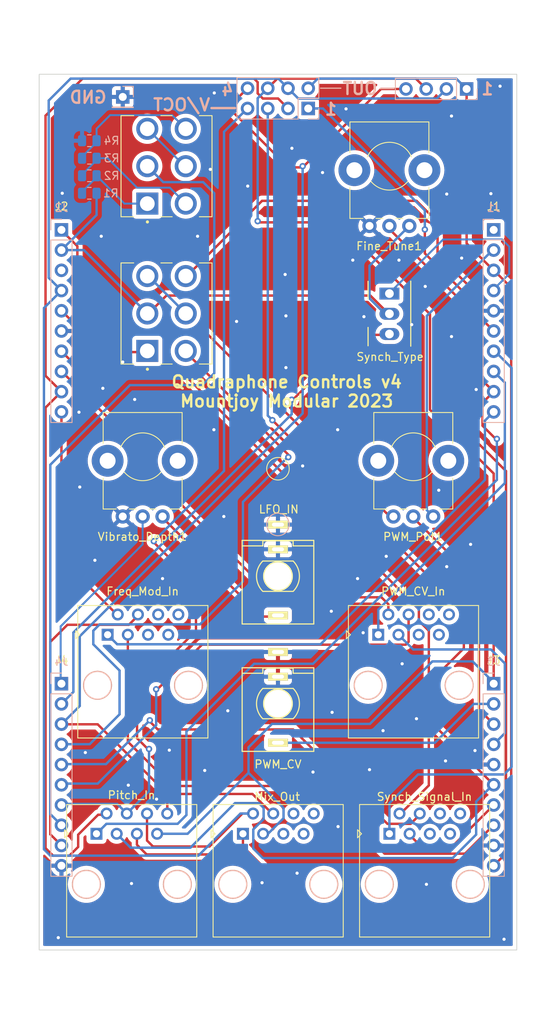
<source format=kicad_pcb>
(kicad_pcb (version 20211014) (generator pcbnew)
  (layers (0 "F.Cu" signal) (31 "B.Cu" signal) (34 "B.Paste" user) (35 "F.Paste" user) (36 "B.SilkS" user "B.Silkscreen") (37 "F.SilkS" user "F.Silkscreen") (38 "B.Mask" user) (39 "F.Mask" user) (44 "Edge.Cuts" user))
  (net 0 "")
  (net 1 "/PWM_CV4")
  (net 2 "/PWM_CV3")
  (net 3 "/PWM_CV2")
  (net 4 "/PWM_CV1")
  (net 5 "/MIX_OUT4")
  (net 6 "/MIX_OUT3")
  (net 7 "/MIX_OUT2")
  (net 8 "/MIX_OUT1")
  (net 9 "/SYNCH_SIGNAL4")
  (net 10 "/SYNCH_SIGNAL3")
  (net 11 "/SYNCH_SIGNAL2")
  (net 12 "/SYNCH_SIGNAL1")
  (net 13 "/FREQ_MOD4")
  (net 14 "/FREQ_MOD3")
  (net 15 "/FREQ_MOD2")
  (net 16 "/FREQ_MOD1")
  (net 17 "/V_PER_OCT4")
  (net 18 "/V_PER_OCT3")
  (net 19 "/V_PER_OCT2")
  (net 20 "/V_PER_OCT1")
  (net 21 "-5V")
  (net 22 "-12V")
  (net 23 "/HARD_SYNCH_SW")
  (net 24 "GND")
  (net 25 "/SAW_SW")
  (net 26 "+12V")
  (net 27 "+5V")
  (net 28 "+2V5")
  (net 29 "/PULSE_SW")
  (net 30 "/PWM_CV")
  (net 31 "/PWM_POT")
  (net 32 "/OCT_TUNE")
  (net 33 "/LIN_FREQ_IN")
  (net 34 "/SOFT_SYNCH_SW")
  (net 35 "/TRIANGLE_SW")
  (net 36 "/FINE_TUNE")
  (net 37 "/LFO_IN")
  (net 50 "Net-(SW2-Pad3)")
  (net 55 "Net-(SW3-Pad3)")
  (net 56 "/Oct_4v")
  (net 57 "/Oct_3v")
  (net 58 "/Oct_2v")
  (footprint "Custom_Footprints:RJ45_Molex_42878-8506" (layer "F.Cu") (at 97 118.5)
    (fp_text reference "J7" hide)
    (fp_text value "PWM_CV_In")
  )
  (footprint "Custom_Footprints:Alpha_9mm_Potentiometer_Aligned" (layer "F.Cu") (at 94 55)
    (fp_text reference "Fine_Tune1")
    (fp_text value "10k")
  )
  (footprint "Custom_Footprints:RJ45_Molex_42878-8506" (layer "F.Cu") (at 63 118.5)
    (fp_text reference "J9" hide)
    (fp_text value "Freq_Mod_In")
  )
  (footprint "Custom_Footprints:RJ45_Molex_42878-8506" (layer "F.Cu") (at 98.4 143.5)
    (fp_text reference "J8" hide)
    (fp_text value "Synch_Signal_In")
  )
  (footprint "Custom_Footprints:SPDTSubMiniature" (layer "F.Cu") (at 94 71 -90)
    (fp_text reference "SW1" hide)
    (fp_text value "Synch_Type")
  )
  (footprint "Custom_Footprints:3D_Dummy" (layer "F.Cu") (at 80 93)
    (fp_text reference "D2" hide)
    (fp_text value "3d_Model_Panel")
  )
  (footprint "Custom_Footprints:Alpha_9mm_Potentiometer_Aligned" (layer "F.Cu") (at 63 91.5)
    (fp_text reference "Vibrato_Depth1")
    (fp_text value "10k")
  )
  (footprint "Custom_Footprints:RJ45_Molex_42878-8506" (layer "F.Cu") (at 61.6 143.5)
    (fp_text reference "J10" hide)
    (fp_text value "Pitch_In")
  )
  (footprint "Custom_Footprints:100DP6T1B1M2QE_ON_ON_ON" (layer "F.Cu") (at 66 55 90)
    (fp_text reference "SW3" hide)
    (fp_text value "Output_Type")
  )
  (footprint "Custom_Footprints:100DP6T1B1M2QE_ON_ON_ON" (layer "F.Cu") (at 66 73.5 90)
    (fp_text reference "SW2" hide)
    (fp_text value "Output_Type")
  )
  (footprint "Custom_Footprints:RJ45_Molex_42878-8506" (layer "F.Cu") (at 80 143.5)
    (fp_text reference "J11" hide)
    (fp_text value "Mix_Out")
  )
  (footprint "Custom_Footprints:THONKICONN_hole" (layer "F.Cu") (at 80 106.5 180)
    (fp_text reference "J6" hide)
    (fp_text value "LFO_IN")
  )
  (footprint "Custom_Footprints:Alpha_9mm_Potentiometer_Aligned" (layer "F.Cu") (at 97 91.5)
    (fp_text reference "PWM_Pot1")
    (fp_text value "10k")
  )
  (footprint "Custom_Footprints:THONKICONN_hole" (layer "F.Cu") (at 80 122.5 180)
    (fp_text reference "J5" hide)
    (fp_text value "PWM_CV")
  )
  (footprint "Connector_PinHeader_2.54mm:PinHeader_1x04_P2.54mm_Vertical" (layer "B.Cu") (at 103.7 45.3 90)
    (fp_text reference "J13" hide)
    (fp_text value "Conn_01x04_Male")
  )
  (footprint "Connector_PinSocket_2.54mm:PinSocket_1x10_P2.54mm_Vertical" (layer "B.Cu") (at 107.1 120 180)
    (fp_text reference "J3")
    (fp_text value "Conn_01x10_Female")
  )
  (footprint "Connector_PinHeader_2.54mm:PinHeader_1x01_P2.54mm_Vertical" (layer "B.Cu") (at 60.5 46.3 180)
    (fp_text reference "J14" hide)
    (fp_text value "Conn_01x01_Male")
  )
  (footprint "Resistor_SMD:R_0805_2012Metric" (layer "B.Cu") (at 56.3 56.2 180)
    (fp_text reference "R2")
    (fp_text value "7.5k")
  )
  (footprint "Connector_PinSocket_2.54mm:PinSocket_1x10_P2.54mm_Vertical" (layer "B.Cu") (at 52.8 120 180)
    (fp_text reference "J4")
    (fp_text value "Conn_01x10_Female")
  )
  (footprint "Custom_Footprints:3D_Dummy" (layer "B.Cu") (at 80 100 180)
    (fp_text reference "D1" hide)
    (fp_text value "3d_Model_Components")
  )
  (footprint "Connector_PinSocket_2.54mm:PinSocket_1x10_P2.54mm_Vertical" (layer "B.Cu") (at 107.1 63 180)
    (fp_text reference "J1")
    (fp_text value "Conn_01x10_Female")
  )
  (footprint "Connector_PinHeader_2.54mm:PinHeader_2x04_P2.54mm_Vertical" (layer "B.Cu") (at 83.8 47.75 90)
    (fp_text reference "J12" hide)
    (fp_text value "Conn_02x04_Odd_Even")
  )
  (footprint "Resistor_SMD:R_0805_2012Metric" (layer "B.Cu") (at 56.3 51.8 180)
    (fp_text reference "R4")
    (fp_text value "15k")
  )
  (footprint "Resistor_SMD:R_0805_2012Metric" (layer "B.Cu") (at 56.3 54 180)
    (fp_text reference "R3")
    (fp_text value "7.5k")
  )
  (footprint "Resistor_SMD:R_0805_2012Metric" (layer "B.Cu") (at 56.3 58.4 180)
    (fp_text reference "R1")
    (fp_text value "7.5k")
  )
  (footprint "Connector_PinSocket_2.54mm:PinSocket_1x10_P2.54mm_Vertical" (layer "B.Cu") (at 52.8 63 180)
    (fp_text reference "J2")
    (fp_text value "Conn_01x10_Female")
  )
  (gr_line (start 94.575 45.25) (end 92.825 45.25) (layer "B.SilkS") (width 0.15))
  (gr_line (start 71.65 47.7) (end 74.6 47.7) (layer "B.SilkS") (width 0.3))
  (gr_line (start 87.9 45.2) (end 85.35 45.2) (layer "B.SilkS") (width 0.15))
  (gr_rect (start 50 43.45) (end 110 153.45) (layer "Edge.Cuts") (width 0.1) (fill none))
  (gr_text "OUT" (at 90.3 45.25) (layer "B.SilkS") (effects (font (size 1.5 1.5) (thickness 0.3)) (justify mirror)))
  (gr_text "4" (at 73.65 45.4) (layer "B.SilkS") (effects (font (size 1.5 1.5) (thickness 0.3)) (justify mirror)))
  (gr_text "1" (at 86.65 47.85) (layer "B.SilkS") (effects (font (size 1.5 1.5) (thickness 0.3)) (justify mirror)))
  (gr_text "GND" (at 56.15 46.35) (layer "B.SilkS") (effects (font (size 1.5 1.5) (thickness 0.3)) (justify mirror)))
  (gr_text "V/OCT" (at 67.9 47.3) (layer "B.SilkS") (effects (font (size 1.5 1.5) (thickness 0.3)) (justify mirror)))
  (gr_text "1" (at 106.3 45.3) (layer "B.SilkS") (effects (font (size 1.5 1.5) (thickness 0.3)) (justify mirror)))
  (gr_text "J1" (at 107.1 60.05) (layer "F.SilkS") (effects (font (size 1 1))))
  (gr_text "Quadraphone Controls v4\nMountjoy Modular 2023" (at 81.1 83.3) (layer "F.SilkS") (effects (font (size 1.5 1.5) (thickness 0.3))))
  (gr_text "J4" (at 52.8 117.05) (layer "F.SilkS") (effects (font (size 1 1))))
  (gr_text "J3" (at 107.1 117.05) (layer "F.SilkS") (effects (font (size 1 1))))
  (gr_text "J2" (at 52.8 60.05) (layer "F.SilkS") (effects (font (size 1 1))))
  (segment (start 96.41 114.74) (end 96.05 115.1) (width 0.3) (layer "F.Cu") (net 1))
  (segment (start 96.41 111.46) (end 96.41 114.74) (width 0.3) (layer "F.Cu") (net 1))
  (segment (start 96.05 115.1) (end 70.45 115.1) (width 0.3) (layer "F.Cu") (net 1))
  (segment (start 70.45 115.1) (end 64.7 120.85) (width 0.3) (layer "F.Cu") (net 1))
  (via (at 64.7 120.7) (size 0.8) (drill 0.4) (layers "F.Cu" "B.Cu") (net 1))
  (segment (start 64.7 125.20431) (end 57.35431 132.55) (width 0.3) (layer "B.Cu") (net 1))
  (segment (start 57.35431 132.55) (end 52.8 132.55) (width 0.3) (layer "B.Cu") (net 1))
  (segment (start 64.7 120.7) (end 64.7 125.20431) (width 0.3) (layer "B.Cu") (net 1))
  (segment (start 108.5 117.45) (end 108.5 126.22) (width 0.3) (layer "B.Cu") (net 2))
  (segment (start 108.5 126.22) (end 107.1 127.62) (width 0.3) (layer "B.Cu") (net 2))
  (segment (start 96.99 115.7) (end 106.75 115.7) (width 0.3) (layer "B.Cu") (net 2))
  (segment (start 106.75 115.7) (end 108.5 117.45) (width 0.3) (layer "B.Cu") (net 2))
  (segment (start 95.14 113.85) (end 96.99 115.7) (width 0.3) (layer "B.Cu") (net 2))
  (segment (start 93.87 110.02) (end 93 109.15) (width 0.3) (layer "F.Cu") (net 3))
  (segment (start 93 109.15) (end 79.5 109.15) (width 0.3) (layer "F.Cu") (net 3))
  (segment (start 79.5 109.15) (end 63.25 92.9) (width 0.3) (layer "F.Cu") (net 3))
  (segment (start 52.83 80.78) (end 52.8 80.78) (width 0.3) (layer "F.Cu") (net 3))
  (segment (start 63.25 91.2) (end 52.83 80.78) (width 0.3) (layer "F.Cu") (net 3))
  (segment (start 63.25 92.9) (end 63.25 91.2) (width 0.3) (layer "F.Cu") (net 3))
  (segment (start 93.87 111.46) (end 93.87 110.02) (width 0.3) (layer "F.Cu") (net 3))
  (segment (start 92.6 110.7) (end 108.5 94.8) (width 0.3) (layer "B.Cu") (net 4))
  (segment (start 108.5 82.18) (end 107.1 80.78) (width 0.3) (layer "B.Cu") (net 4))
  (segment (start 92.6 113.85) (end 92.6 110.7) (width 0.3) (layer "B.Cu") (net 4))
  (segment (start 108.5 94.8) (end 108.5 82.18) (width 0.3) (layer "B.Cu") (net 4))
  (segment (start 52.82 125.1) (end 52.8 125.08) (width 0.3) (layer "F.Cu") (net 5))
  (segment (start 66.1 133.85) (end 57.35 125.1) (width 0.3) (layer "F.Cu") (net 5))
  (segment (start 81.3 55.15) (end 74.55 48.4) (width 0.3) (layer "F.Cu") (net 5))
  (segment (start 92.95 45.3) (end 83.1 55.15) (width 0.3) (layer "F.Cu") (net 5))
  (segment (start 74.55 46.83) (end 76.18 45.2) (width 0.3) (layer "F.Cu") (net 5))
  (segment (start 74.55 48.4) (end 74.55 46.83) (width 0.3) (layer "F.Cu") (net 5))
  (segment (start 96.08 45.3) (end 92.95 45.3) (width 0.3) (layer "F.Cu") (net 5))
  (segment (start 66.1 133.85) (end 76.8 133.85) (width 0.3) (layer "F.Cu") (net 5))
  (segment (start 66.1 133.85) (end 66.1 136.45) (width 0.3) (layer "F.Cu") (net 5))
  (segment (start 83.1 55.15) (end 81.3 55.15) (width 0.3) (layer "F.Cu") (net 5))
  (segment (start 57.35 125.1) (end 52.82 125.1) (width 0.3) (layer "F.Cu") (net 5))
  (segment (start 76.8 133.85) (end 79.41 136.46) (width 0.3) (layer "F.Cu") (net 5))
  (via (at 83.1 55) (size 0.8) (drill 0.4) (layers "F.Cu" "B.Cu") (net 5))
  (segment (start 55.1 122.8) (end 55.1 114.043599) (width 0.3) (layer "B.Cu") (net 5))
  (segment (start 52.8 125.08) (end 52.82 125.08) (width 0.3) (layer "B.Cu") (net 5))
  (segment (start 55.1 114.043599) (end 83.1 86.043599) (width 0.3) (layer "B.Cu") (net 5))
  (segment (start 52.82 125.08) (end 55.1 122.8) (width 0.3) (layer "B.Cu") (net 5))
  (segment (start 83.1 86.043599) (end 83.1 55) (width 0.3) (layer "B.Cu") (net 5))
  (segment (start 87.567249 62.054499) (end 77.449999 62.054499) (width 0.3) (layer "F.Cu") (net 6))
  (segment (start 97.32 44) (end 79.92 44) (width 0.3) (layer "F.Cu") (net 6))
  (segment (start 79.92 44) (end 78.72 45.2) (width 0.3) (layer "F.Cu") (net 6))
  (segment (start 107.1 93.6) (end 99.1 85.6) (width 0.3) (layer "F.Cu") (net 6))
  (segment (start 107.1 120) (end 107.1 93.6) (width 0.3) (layer "F.Cu") (net 6))
  (segment (start 98.62 45.3) (end 97.32 44) (width 0.3) (layer "F.Cu") (net 6))
  (segment (start 99.1 85.6) (end 99.1 73.58725) (width 0.3) (layer "F.Cu") (net 6))
  (segment (start 99.1 73.58725) (end 87.567249 62.054499) (width 0.3) (layer "F.Cu") (net 6))
  (via (at 77.449999 61.904499) (size 0.8) (drill 0.4) (layers "F.Cu" "B.Cu") (net 6))
  (segment (start 79.25 125.05) (end 76.3 128) (width 0.3) (layer "B.Cu") (net 6))
  (segment (start 76.3 128) (end 76.3 131.2) (width 0.3) (layer "B.Cu") (net 6))
  (segment (start 104.45 117.2) (end 99.4 117.2) (width 0.3) (layer "B.Cu") (net 6))
  (segment (start 78.75 138.85) (end 78.14 138.85) (width 0.3) (layer "B.Cu") (net 6))
  (segment (start 78.72 45.2) (end 77.449999 46.470001) (width 0.3) (layer "B.Cu") (net 6))
  (segment (start 107.1 119.85) (end 104.45 117.2) (width 0.3) (layer "B.Cu") (net 6))
  (segment (start 91.55 125.05) (end 79.25 125.05) (width 0.3) (layer "B.Cu") (net 6))
  (segment (start 76.3 131.2) (end 80.7 135.6) (width 0.3) (layer "B.Cu") (net 6))
  (segment (start 68.65 138.85) (end 64.82 138.85) (width 0.3) (layer "B.Cu") (net 6))
  (segment (start 80.7 135.6) (end 80.7 136.9) (width 0.3) (layer "B.Cu") (net 6))
  (segment (start 76.3 131.2) (end 68.65 138.85) (width 0.3) (layer "B.Cu") (net 6))
  (segment (start 80.7 136.9) (end 78.75 138.85) (width 0.3) (layer "B.Cu") (net 6))
  (segment (start 99.4 117.2) (end 91.55 125.05) (width 0.3) (layer "B.Cu") (net 6))
  (segment (start 77.449999 46.470001) (end 77.449999 61.904499) (width 0.3) (layer "B.Cu") (net 6))
  (segment (start 64.3 140.45) (end 71.4 140.45) (width 0.3) (layer "F.Cu") (net 7))
  (segment (start 63.55 139.7) (end 64.3 140.45) (width 0.3) (layer "F.Cu") (net 7))
  (segment (start 71.4 140.45) (end 75.54 136.31) (width 0.3) (layer "F.Cu") (net 7))
  (segment (start 63.55 136.46) (end 63.55 139.7) (width 0.3) (layer "F.Cu") (net 7))
  (segment (start 75.54 136.31) (end 76.87 136.31) (width 0.3) (layer "F.Cu") (net 7))
  (segment (start 75.29 136.31) (end 76.87 136.31) (width 0.3) (layer "B.Cu") (net 7))
  (segment (start 51.2 69.02) (end 52.8 70.62) (width 0.3) (layer "B.Cu") (net 7))
  (segment (start 50.600499 140.800499) (end 51.4 141.6) (width 0.3) (layer "B.Cu") (net 7))
  (segment (start 80.05 44) (end 53.95 44) (width 0.3) (layer "B.Cu") (net 7))
  (segment (start 101.16 45.3) (end 99.96 46.5) (width 0.3) (layer "B.Cu") (net 7))
  (segment (start 52.8 70.62) (end 50.600499 72.819501) (width 0.3) (layer "B.Cu") (net 7))
  (segment (start 50.600499 72.819501) (end 50.600499 140.800499) (width 0.3) (layer "B.Cu") (net 7))
  (segment (start 53.95 44) (end 51.2 46.75) (width 0.3) (layer "B.Cu") (net 7))
  (segment (start 51.4 141.6) (end 70 141.6) (width 0.3) (layer "B.Cu") (net 7))
  (segment (start 70 141.6) (end 75.29 136.31) (width 0.3) (layer "B.Cu") (net 7))
  (segment (start 51.2 46.75) (end 51.2 69.02) (width 0.3) (layer "B.Cu") (net 7))
  (segment (start 99.96 46.5) (end 82.55 46.5) (width 0.3) (layer "B.Cu") (net 7))
  (segment (start 82.55 46.5) (end 80.05 44) (width 0.3) (layer "B.Cu") (net 7))
  (segment (start 62.28 139) (end 62.28 140.23) (width 0.3) (layer "F.Cu") (net 8))
  (segment (start 109.3 145.25) (end 109.3 70.25) (width 0.3) (layer "F.Cu") (net 8))
  (segment (start 107.08 68.08) (end 103.7 64.7) (width 0.3) (layer "F.Cu") (net 8))
  (segment (start 103.7 64.7) (end 103.7 44.65) (width 0.3) (layer "F.Cu") (net 8))
  (segment (start 107.1 68.08) (end 107.08 68.08) (width 0.3) (layer "F.Cu") (net 8))
  (segment (start 62.28 140.23) (end 63.5 141.45) (width 0.3) (layer "F.Cu") (net 8))
  (segment (start 75.6 140.45) (end 83.8 148.65) (width 0.3) (layer "F.Cu") (net 8))
  (segment (start 74.6 141.45) (end 75.6 140.45) (width 0.3) (layer "F.Cu") (net 8))
  (segment (start 109.3 70.25) (end 107.13 68.08) (width 0.3) (layer "F.Cu") (net 8))
  (segment (start 63.5 141.45) (end 74.6 141.45) (width 0.3) (layer "F.Cu") (net 8))
  (segment (start 75.6 140.45) (end 75.6 139) (width 0.3) (layer "F.Cu") (net 8))
  (segment (start 83.8 148.65) (end 105.9 148.65) (width 0.3) (layer "F.Cu") (net 8))
  (segment (start 105.9 148.65) (end 109.3 145.25) (width 0.3) (layer "F.Cu") (net 8))
  (segment (start 107.13 68.08) (end 107.1 68.08) (width 0.3) (layer "F.Cu") (net 8))
  (segment (start 103.7 45.3) (end 102.4 44) (width 0.3) (layer "B.Cu") (net 8))
  (segment (start 85 44) (end 83.8 45.2) (width 0.3) (layer "B.Cu") (net 8))
  (segment (start 102.4 44) (end 85 44) (width 0.3) (layer "B.Cu") (net 8))
  (segment (start 93.75 137.6) (end 81.9 125.75) (width 0.3) (layer "F.Cu") (net 9))
  (segment (start 96.67 137.6) (end 93.75 137.6) (width 0.3) (layer "F.Cu") (net 9))
  (segment (start 81.9 125.75) (end 64.9 125.75) (width 0.3) (layer "F.Cu") (net 9))
  (segment (start 97.81 136.46) (end 96.67 137.6) (width 0.3) (layer "F.Cu") (net 9))
  (segment (start 64.9 125.75) (end 63.9 124.75) (width 0.3) (layer "F.Cu") (net 9))
  (via (at 63.9 124.6) (size 0.8) (drill 0.4) (layers "F.Cu" "B.Cu") (net 9))
  (segment (start 52.86 130.1) (end 58.4 130.1) (width 0.3) (layer "B.Cu") (net 9))
  (segment (start 52.8 130.16) (end 52.86 130.1) (width 0.3) (layer "B.Cu") (net 9))
  (segment (start 58.4 130.1) (end 63.9 124.6) (width 0.3) (layer "B.Cu") (net 9))
  (segment (start 98.09 140.55) (end 101.8 140.55) (width 0.3) (layer "F.Cu") (net 10))
  (segment (start 107.1 135.25) (end 107.1 135.24) (width 0.3) (layer "F.Cu") (net 10))
  (segment (start 96.54 139) (end 98.09 140.55) (width 0.3) (layer "F.Cu") (net 10))
  (segment (start 101.8 140.55) (end 107.1 135.25) (width 0.3) (layer "F.Cu") (net 10))
  (segment (start 95.27 136.46) (end 98.95 132.78) (width 0.3) (layer "F.Cu") (net 11))
  (segment (start 52.8 78.25) (end 52.8 78.24) (width 0.3) (layer "F.Cu") (net 11))
  (segment (start 98.95 113.35) (end 97.7 112.1) (width 0.3) (layer "F.Cu") (net 11))
  (segment (start 98.95 132.78) (end 98.95 113.35) (width 0.3) (layer "F.Cu") (net 11))
  (segment (start 68.05 81) (end 55.55 81) (width 0.3) (layer "F.Cu") (net 11))
  (segment (start 97.7 110.65) (end 68.05 81) (width 0.3) (layer "F.Cu") (net 11))
  (segment (start 97.7 112.1) (end 97.7 110.65) (width 0.3) (layer "F.Cu") (net 11))
  (segment (start 55.55 81) (end 52.8 78.25) (width 0.3) (layer "F.Cu") (net 11))
  (segment (start 109.35 130.45) (end 109.35 80.34) (width 0.3) (layer "B.Cu") (net 12))
  (segment (start 109.35 80.34) (end 107.25 78.24) (width 0.3) (layer "B.Cu") (net 12))
  (segment (start 97.6 131.4) (end 108.4 131.4) (width 0.3) (layer "B.Cu") (net 12))
  (segment (start 108.4 131.4) (end 109.35 130.45) (width 0.3) (layer "B.Cu") (net 12))
  (segment (start 94 138.85) (end 94 135) (width 0.3) (layer "B.Cu") (net 12))
  (segment (start 94 135) (end 97.6 131.4) (width 0.3) (layer "B.Cu") (net 12))
  (segment (start 107.25 78.24) (end 107.1 78.24) (width 0.3) (layer "B.Cu") (net 12))
  (segment (start 53.55 112.6) (end 51.4 114.75) (width 0.3) (layer "F.Cu") (net 13))
  (segment (start 51.4 138.92) (end 52.8 140.32) (width 0.3) (layer "F.Cu") (net 13))
  (segment (start 51.4 114.75) (end 51.4 138.92) (width 0.3) (layer "F.Cu") (net 13))
  (segment (start 61.27 112.6) (end 53.55 112.6) (width 0.3) (layer "F.Cu") (net 13))
  (segment (start 62.41 111.46) (end 61.27 112.6) (width 0.3) (layer "F.Cu") (net 13))
  (segment (start 66.7 132.85) (end 61.14 127.29) (width 0.3) (layer "F.Cu") (net 14))
  (segment (start 107.1 137.78) (end 107.07 137.78) (width 0.3) (layer "F.Cu") (net 14))
  (segment (start 84.9 132.85) (end 66.7 132.85) (width 0.3) (layer "F.Cu") (net 14))
  (segment (start 93.4 141.35) (end 84.9 132.85) (width 0.3) (layer "F.Cu") (net 14))
  (segment (start 107.07 137.78) (end 103.5 141.35) (width 0.3) (layer "F.Cu") (net 14))
  (segment (start 61.14 127.29) (end 61.14 114) (width 0.3) (layer "F.Cu") (net 14))
  (segment (start 103.5 141.35) (end 93.4 141.35) (width 0.3) (layer "F.Cu") (net 14))
  (segment (start 52.8 104.35) (end 52.8 85.86) (width 0.3) (layer "F.Cu") (net 15))
  (segment (start 59.87 111.42) (end 52.8 104.35) (width 0.3) (layer "F.Cu") (net 15))
  (segment (start 106 94.4) (end 106 86.96) (width 0.3) (layer "B.Cu") (net 16))
  (segment (start 85.35 115.05) (end 106 94.4) (width 0.3) (layer "B.Cu") (net 16))
  (segment (start 58.6 113.85) (end 59.8 115.05) (width 0.3) (layer "B.Cu") (net 16))
  (segment (start 106 86.96) (end 107.1 85.86) (width 0.3) (layer "B.Cu") (net 16))
  (segment (start 59.8 115.05) (end 85.35 115.05) (width 0.3) (layer "B.Cu") (net 16))
  (segment (start 64.4 102.25) (end 69.7 107.55) (width 0.3) (layer "F.Cu") (net 17))
  (segment (start 62.3 120.75) (end 62.3 126.85) (width 0.3) (layer "F.Cu") (net 17))
  (segment (start 69.7 113.35) (end 62.3 120.75) (width 0.3) (layer "F.Cu") (net 17))
  (segment (start 62.3 126.85) (end 63.8 128.35) (width 0.3) (layer "F.Cu") (net 17))
  (segment (start 69.7 107.55) (end 69.7 113.35) (width 0.3) (layer "F.Cu") (net 17))
  (via (at 63.8 128.2) (size 0.8) (drill 0.4) (layers "F.Cu" "B.Cu") (net 17))
  (via (at 64.4 102.1) (size 0.8) (drill 0.4) (layers "F.Cu" "B.Cu") (net 17))
  (segment (start 73.225 93.275) (end 64.4 102.1) (width 0.3) (layer "B.Cu") (net 17))
  (segment (start 52.8 135.24) (end 52.94 135.1) (width 0.3) (layer "B.Cu") (net 17))
  (segment (start 73.225 50.675) (end 73.225 93.275) (width 0.3) (layer "B.Cu") (net 17))
  (segment (start 52.94 135.1) (end 59.8 135.1) (width 0.3) (layer "B.Cu") (net 17))
  (segment (start 63.8 128.2) (end 63.8 133.52) (width 0.3) (layer "B.Cu") (net 17))
  (segment (start 59.8 135.1) (end 61.01 136.31) (width 0.3) (layer "B.Cu") (net 17))
  (segment (start 76.18 47.74) (end 76.16 47.74) (width 0.3) (layer "B.Cu") (net 17))
  (segment (start 63.8 133.52) (end 61.01 136.31) (width 0.3) (layer "B.Cu") (net 17))
  (segment (start 76.16 47.74) (end 73.225 50.675) (width 0.3) (layer "B.Cu") (net 17))
  (segment (start 103.35 115.55) (end 103.35 110.95) (width 0.3) (layer "F.Cu") (net 18))
  (segment (start 107.1 132.7) (end 100 125.6) (width 0.3) (layer "F.Cu") (net 18))
  (segment (start 100 125.6) (end 100 118.9) (width 0.3) (layer "F.Cu") (net 18))
  (segment (start 100 118.9) (end 103.35 115.55) (width 0.3) (layer "F.Cu") (net 18))
  (segment (start 103.35 110.95) (end 79.3 86.9) (width 0.3) (layer "F.Cu") (net 18))
  (via (at 79.3 86.9) (size 0.8) (drill 0.4) (layers "F.Cu" "B.Cu") (net 18))
  (segment (start 78.72 47.74) (end 78.72 86.32) (width 0.3) (layer "B.Cu") (net 18))
  (segment (start 104.9 138.95) (end 101.95 141.9) (width 0.3) (layer "B.Cu") (net 18))
  (segment (start 74.6 135) (end 69 140.6) (width 0.3) (layer "B.Cu") (net 18))
  (segment (start 101.95 141.9) (end 78.1 141.9) (width 0.3) (layer "B.Cu") (net 18))
  (segment (start 78.72 86.32) (end 79.3 86.9) (width 0.3) (layer "B.Cu") (net 18))
  (segment (start 76.9 138.3) (end 78.2 137) (width 0.3) (layer "B.Cu") (net 18))
  (segment (start 107 132.7) (end 104.9 134.8) (width 0.3) (layer "B.Cu") (net 18))
  (segment (start 78.2 137) (end 78.2 135.6) (width 0.3) (layer "B.Cu") (net 18))
  (segment (start 76.9 140.7) (end 76.9 138.3) (width 0.3) (layer "B.Cu") (net 18))
  (segment (start 61.49 140.6) (end 59.74 138.85) (width 0.3) (layer "B.Cu") (net 18))
  (segment (start 104.9 134.8) (end 104.9 138.95) (width 0.3) (layer "B.Cu") (net 18))
  (segment (start 78.1 141.9) (end 76.9 140.7) (width 0.3) (layer "B.Cu") (net 18))
  (segment (start 69 140.6) (end 61.49 140.6) (width 0.3) (layer "B.Cu") (net 18))
  (segment (start 78.2 135.6) (end 77.6 135) (width 0.3) (layer "B.Cu") (net 18))
  (segment (start 77.6 135) (end 74.6 135) (width 0.3) (layer "B.Cu") (net 18))
  (segment (start 107.1 132.7) (end 107 132.7) (width 0.3) (layer "B.Cu") (net 18))
  (segment (start 77 44) (end 77.45 44.45) (width 0.3) (layer "F.Cu") (net 19))
  (segment (start 50.8 85.32) (end 50.8 140.65) (width 0.3) (layer "F.Cu") (net 19))
  (segment (start 53.8 141.6) (end 54.9 140.5) (width 0.3) (layer "F.Cu") (net 19))
  (segment (start 52.8 83.32) (end 50.8 85.32) (width 0.3) (layer "F.Cu") (net 19))
  (segment (start 54.9 140.5) (end 54.9 138.96934) (width 0.3) (layer "F.Cu") (net 19))
  (segment (start 50.8 140.65) (end 51.75 141.6) (width 0.3) (layer "F.Cu") (net 19))
  (segment (start 77.45 45.85) (end 78.1 46.5) (width 0.3) (layer "F.Cu") (net 19))
  (segment (start 52.8 83.32) (end 50.8 81.32) (width 0.3) (layer "F.Cu") (net 19))
  (segment (start 55.45 44) (end 77 44) (width 0.3) (layer "F.Cu") (net 19))
  (segment (start 78.1 46.5) (end 80.02 46.5) (width 0.3) (layer "F.Cu") (net 19))
  (segment (start 54.9 138.96934) (end 57.40934 136.46) (width 0.3) (layer "F.Cu") (net 19))
  (segment (start 50.8 48.65) (end 55.45 44) (width 0.3) (layer "F.Cu") (net 19))
  (segment (start 50.8 81.32) (end 50.8 48.65) (width 0.3) (layer "F.Cu") (net 19))
  (segment (start 57.40934 136.46) (end 58.47 136.46) (width 0.3) (layer "F.Cu") (net 19))
  (segment (start 80.02 46.5) (end 81.26 47.74) (width 0.3) (layer "F.Cu") (net 19))
  (segment (start 77.45 44.45) (end 77.45 45.85) (width 0.3) (layer "F.Cu") (net 19))
  (segment (start 51.75 141.6) (end 53.8 141.6) (width 0.3) (layer "F.Cu") (net 19))
  (segment (start 104.7 80.92) (end 104.7 72.2) (width 0.3) (layer "F.Cu") (net 20))
  (segment (start 107.5 89.4) (end 105.7 87.6) (width 0.3) (layer "F.Cu") (net 20))
  (segment (start 105.7 87.6) (end 105.7 84.72) (width 0.3) (layer "F.Cu") (net 20))
  (segment (start 98.45 65.95) (end 98.45 63.1) (width 0.3) (layer "F.Cu") (net 20))
  (segment (start 107.1 83.32) (end 104.7 80.92) (width 0.3) (layer "F.Cu") (net 20))
  (segment (start 105.7 84.72) (end 107.1 83.32) (width 0.3) (layer "F.Cu") (net 20))
  (segment (start 104.7 72.2) (end 98.45 65.95) (width 0.3) (layer "F.Cu") (net 20))
  (via (at 98.45 62.95) (size 0.8) (drill 0.4) (layers "F.Cu" "B.Cu") (net 20))
  (via (at 107.5 89.25) (size 0.8) (drill 0.4) (layers "F.Cu" "B.Cu") (net 20))
  (segment (start 84.4 117.5) (end 77 117.5) (width 0.3) (layer "B.Cu") (net 20))
  (segment (start 68.5 126) (end 68.5 136.5) (width 0.3) (layer "B.Cu") (net 20))
  (segment (start 77 117.5) (end 68.5 126) (width 0.3) (layer "B.Cu") (net 20))
  (segment (start 68.5 136.5) (end 67.4 137.6) (width 0.3) (layer "B.Cu") (net 20))
  (segment (start 67.4 137.6) (end 58.45 137.6) (width 0.3) (layer "B.Cu") (net 20))
  (segment (start 85.65 47.75) (end 83.8 47.75) (width 0.3) (layer "B.Cu") (net 20))
  (segment (start 98.45 62.95) (end 98.45 60.55) (width 0.3) (layer "B.Cu") (net 20))
  (segment (start 107.5 89.25) (end 107.5 94.4) (width 0.3) (layer "B.Cu") (net 20))
  (segment (start 107.5 94.4) (end 84.4 117.5) (width 0.3) (layer "B.Cu") (net 20))
  (segment (start 98.45 60.55) (end 85.65 47.75) (width 0.3) (layer "B.Cu") (net 20))
  (segment (start 58.45 137.6) (end 57.2 138.85) (width 0.3) (layer "B.Cu") (net 20))
  (segment (start 99.5 99) (end 98.7 98.2) (width 0.3) (layer "B.Cu") (net 22))
  (segment (start 98.7 73.8) (end 107.1 65.4) (width 0.3) (layer "B.Cu") (net 22))
  (segment (start 98.7 98.2) (end 98.7 73.8) (width 0.3) (layer "B.Cu") (net 22))
  (segment (start 109.05 65.1) (end 108.15 64.2) (width 0.25) (layer "B.Cu") (net 23))
  (segment (start 109.05 68.52) (end 109.05 65.1) (width 0.25) (layer "B.Cu") (net 23))
  (segment (start 107.1 70.47) (end 109.05 68.52) (width 0.25) (layer "B.Cu") (net 23))
  (segment (start 100.7539 64.2) (end 94 70.9539) (width 0.25) (layer "B.Cu") (net 23))
  (segment (start 108.15 64.2) (end 100.7539 64.2) (width 0.25) (layer "B.Cu") (net 23))
  (via (at 101.8 76.4) (size 0.8) (drill 0.4) (layers "F.Cu" "B.Cu") (net 24))
  (via (at 95.6 117.5) (size 0.8) (drill 0.4) (layers "F.Cu" "B.Cu") (net 24))
  (via (at 101.8 48.7) (size 0.8) (drill 0.4) (layers "F.Cu" "B.Cu") (net 24))
  (via (at 65.5 106.8) (size 0.8) (drill 0.4) (layers "F.Cu" "B.Cu") (net 24))
  (via (at 88.55 47.8) (size 0.8) (drill 0.4) (layers "F.Cu" "B.Cu") (net 24))
  (via (at 104.9 83.05) (size 0.8) (drill 0.4) (layers "F.Cu" "B.Cu") (net 24))
  (via (at 89.4 66.8) (size 0.8) (drill 0.4) (layers "F.Cu" "B.Cu") (net 24))
  (via (at 107.9 44.95) (size 0.8) (drill 0.4) (layers "F.Cu" "B.Cu") (net 24))
  (via (at 76.2 57.5) (size 0.8) (drill 0.4) (layers "F.Cu" "B.Cu") (net 24))
  (via (at 73.2 99) (size 0.8) (drill 0.4) (layers "F.Cu" "B.Cu") (net 24))
  (via (at 61.6 145.1) (size 0.8) (drill 0.4) (layers "F.Cu" "B.Cu") (net 24))
  (via (at 71.95 88.1) (size 0.8) (drill 0.4) (layers "F.Cu" "B.Cu") (net 24))
  (via (at 95.2 66.8) (size 0.8) (drill 0.4) (layers "F.Cu" "B.Cu") (net 24))
  (via (at 81.75 52.75) (size 0.8) (drill 0.4) (layers "F.Cu" "B.Cu") (net 24))
  (via (at 98.5 70.1) (size 0.8) (drill 0.4) (layers "F.Cu" "B.Cu") (net 24))
  (via (at 81 73.8) (size 0.8) (drill 0.4) (layers "F.Cu" "B.Cu") (net 24))
  (via (at 81 80.3) (size 0.8) (drill 0.4) (layers "F.Cu" "B.Cu") (net 24))
  (via (at 87.5 88.1) (size 0.8) (drill 0.4) (layers "F.Cu" "B.Cu") (net 24))
  (via (at 62 84.3) (size 0.8) (drill 0.4) (layers "F.Cu" "B.Cu") (net 24))
  (via (at 101.2 58.5) (size 0.8) (drill 0.4) (layers "F.Cu" "B.Cu") (net 24))
  (via (at 58 82.9) (size 0.8) (drill 0.4) (layers "F.Cu" "B.Cu") (net 24))
  (via (at 60.5 79.6) (size 0.8) (drill 0.4) (layers "F.Cu" "B.Cu") (net 24))
  (via (at 100.2 95.7) (size 0.8) (drill 0.4) (layers "F.Cu" "B.Cu") (net 24))
  (via (at 73.7 123.4) (size 0.8) (drill 0.4) (layers "F.Cu" "B.Cu") (net 24))
  (via (at 55.1 95.3) (size 0.8) (drill 0.4) (layers "F.Cu" "B.Cu") (net 24))
  (via (at 86.7 110.9) (size 0.8) (drill 0.4) (layers "F.Cu" "B.Cu") (net 24))
  (via (at 104.2 102.5) (size 0.8) (drill 0.4) (layers "F.Cu" "B.Cu") (net 24))
  (via (at 55 85.9) (size 0.8) (drill 0.4) (layers "F.Cu" "B.Cu") (net 24))
  (via (at 61.2 132.75) (size 0.8) (drill 0.4) (layers "F.Cu" "B.Cu") (net 24))
  (via (at 91.5 130.8) (size 0.8) (drill 0.4) (layers "F.Cu" "B.Cu") (net 24))
  (via (at 52.4 151.9) (size 0.8) (drill 0.4) (layers "F.Cu" "B.Cu") (net 24))
  (via (at 66.35 128.35) (size 0.8) (drill 0.4) (layers "F.Cu" "B.Cu") (net 24))
  (via (at 90.7 113.6) (size 0.8) (drill 0.4) (layers "F.Cu" "B.Cu") (net 24))
  (via (at 87.55 137.95) (size 0.8) (drill 0.4) (layers "F.Cu" "B.Cu") (net 24))
  (via (at 84.4 131.1) (size 0.8) (drill 0.4) (layers "F.Cu" "B.Cu") (net 24))
  (via (at 57.8 63.8) (size 0.8) (drill 0.4) (layers "F.Cu" "B.Cu") (net 24))
  (via (at 82.4 143.8) (size 0.8) (drill 0.4) (layers "F.Cu" "B.Cu") (net 24))
  (via (at 90.8 73.9) (size 0.8) (drill 0.4) (layers "F.Cu" "B.Cu") (net 24))
  (via (at 55.8 128.65) (size 0.8) (drill 0.4) (layers "F.Cu" "B.Cu") (net 24))
  (via (at 93.6 104) (size 0.8) (drill 0.4) (layers "F.Cu" "B.Cu") (net 24))
  (via (at 70.8 130.9) (size 0.8) (drill 0.4) (layers "F.Cu" "B.Cu") (net 24))
  (via (at 101.05 129.7) (size 0.8) (drill 0.4) (layers "F.Cu" "B.Cu") (net 24))
  (via (at 83.1 92.65) (size 0.8) (drill 0.4) (layers "F.Cu" "B.Cu") (net 24))
  (via (at 74.8 74.5) (size 0.8) (drill 0.4) (layers "F.Cu" "B.Cu") (net 24))
  (via (at 52.9 58.4) (size 0.8) (drill 0.4) (layers "F.Cu" "B.Cu") (net 24))
  (via (at 71.5 55.4) (size 0.8) (drill 0.4) (layers "F.Cu" "B.Cu") (net 24))
  (via (at 57 104.5) (size 0.8) (drill 0.4) (layers "F.Cu" "B.Cu") (net 24))
  (via (at 86.8 123.6) (size 0.8) (drill 0.4) (layers "F.Cu" "B.Cu") (net 24))
  (via (at 106.75 58.45) (size 0.8) (drill 0.4) (layers "F.Cu" "B.Cu") (net 24))
  (via (at 108.4 152.1) (size 0.8) (drill 0.4) (layers "F.Cu" "B.Cu") (net 24))
  (via (at 93.2 125.9) (size 0.8) (drill 0.4) (layers "F.Cu" "B.Cu") (net 24))
  (via (at 85.6 55.8) (size 0.8) (drill 0.4) (layers "F.Cu" "B.Cu") (net 24))
  (via (at 104.75 128.4) (size 0.8) (drill 0.4) (layers "F.Cu" "B.Cu") (net 24))
  (via (at 72 45.8) (size 0.8) (drill 0.4) (layers "F.Cu" "B.Cu") (net 24))
  (via (at 69.9 63.8) (size 0.8) (drill 0.4) (layers "F.Cu" "B.Cu") (net 24))
  (via (at 90 106.8) (size 0.8) (drill 0.4) (layers "F.Cu" "B.Cu") (net 24))
  (via (at 78 145) (size 0.8) (drill 0.4) (layers "F.Cu" "B.Cu") (net 24))
  (via (at 80.9 68.6) (size 0.8) (drill 0.4) (layers "F.Cu" "B.Cu") (net 24))
  (via (at 103.0755 66.543192) (size 0.8) (drill 0.4) (layers "F.Cu" "B.Cu") (net 24))
  (via (at 97.4 124.4) (size 0.8) (drill 0.4) (layers "F.Cu" "B.Cu") (net 24))
  (via (at 98.65 145.2) (size 0.8) (drill 0.4) (layers "F.Cu" "B.Cu") (net 24))
  (via (at 64.75 134.5) (size 0.8) (drill 0.4) (layers "F.Cu" "B.Cu") (net 24))
  (via (at 101.2 105.3) (size 0.8) (drill 0.4) (layers "F.Cu" "B.Cu") (net 24))
  (via (at 96.8 74.9) (size 0.8) (drill 0.4) (layers "F.Cu" "B.Cu") (net 24))
  (segment (start 68.415 68.935) (end 78 59.35) (width 0.3) (layer "F.Cu") (net 25))
  (segment (start 105.7 74.3) (end 107.1 75.7) (width 0.3) (layer "F.Cu") (net 25))
  (segment (start 105.7 71.75) (end 105.7 74.3) (width 0.3) (layer "F.Cu") (net 25))
  (segment (start 78 59.35) (end 97.4 59.35) (width 0.3) (layer "F.Cu") (net 25))
  (segment (start 100.05 66.1) (end 105.7 71.75) (width 0.3) (layer "F.Cu") (net 25))
  (segment (start 97.4 59.35) (end 100.05 62) (width 0.3) (layer "F.Cu") (net 25))
  (segment (start 100.05 62) (end 100.05 66.1) (width 0.3) (layer "F.Cu") (net 25))
  (segment (start 94.5 99.15) (end 94.2 99.15) (width 0.3) (layer "F.Cu") (net 26))
  (segment (start 54.8 65.05) (end 52.8 63.05) (width 0.3) (layer "F.Cu") (net 26))
  (segment (start 52.8 63.05) (end 52.8 63) (width 0.3) (layer "F.Cu") (net 26))
  (segment (start 62 75.85) (end 54.8 68.65) (width 0.3) (layer "F.Cu") (net 26))
  (segment (start 70.9 75.85) (end 62 75.85) (width 0.3) (layer "F.Cu") (net 26))
  (segment (start 94.2 99.15) (end 70.9 75.85) (width 0.3) (layer "F.Cu") (net 26))
  (segment (start 54.8 68.65) (end 54.8 65.05) (width 0.3) (layer "F.Cu") (net 26))
  (segment (start 65.985 71.25) (end 91.6061 71.25) (width 0.3) (layer "F.Cu") (net 27))
  (segment (start 63.585 73.65) (end 65.985 71.25) (width 0.3) (layer "F.Cu") (net 27))
  (segment (start 91.6061 71.25) (end 94 73.6439) (width 0.3) (layer "F.Cu") (net 27))
  (segment (start 57.2125 61.1275) (end 52.8 65.54) (width 0.3) (layer "B.Cu") (net 27))
  (segment (start 55.625 65.54) (end 63.585 73.5) (width 0.3) (layer "B.Cu") (net 27))
  (segment (start 94 73.4939) (end 93.3939 73.4939) (width 0.3) (layer "B.Cu") (net 27))
  (segment (start 57.2125 58.4) (end 57.2125 61.1275) (width 0.3) (layer "B.Cu") (net 27))
  (segment (start 52.8 65.54) (end 55.625 65.54) (width 0.3) (layer "B.Cu") (net 27))
  (segment (start 93.3939 73.4939) (end 91.5 71.6) (width 0.3) (layer "B.Cu") (net 27))
  (segment (start 91.5 71.6) (end 91.5 67.5) (width 0.3) (layer "B.Cu") (net 27))
  (segment (start 91.5 67.5) (end 96.5 62.5) (width 0.3) (layer "B.Cu") (net 27))
  (segment (start 63.585 78.35) (end 58 78.35) (width 0.3) (layer "F.Cu") (net 29))
  (segment (start 58 78.35) (end 52.81 73.16) (width 0.3) (layer "F.Cu") (net 29))
  (segment (start 52.81 73.16) (end 52.8 73.16) (width 0.3) (layer "F.Cu") (net 29))
  (segment (start 80 127.42) (end 99.72 127.42) (width 0.3) (layer "B.Cu") (net 30))
  (segment (start 104.6 122.54) (end 107.1 122.54) (width 0.3) (layer "B.Cu") (net 30))
  (segment (start 99.72 127.42) (end 104.6 122.54) (width 0.3) (layer "B.Cu") (net 30))
  (segment (start 105.249502 123.229502) (end 107.1 125.08) (width 0.3) (layer "F.Cu") (net 31))
  (segment (start 105.249502 107.399502) (end 105.249502 123.229502) (width 0.3) (layer "F.Cu") (net 31))
  (segment (start 97 99.15) (end 105.249502 107.399502) (width 0.3) (layer "F.Cu") (net 31))
  (segment (start 70.5 82.5) (end 72 81) (width 0.3) (layer "B.Cu") (net 32))
  (segment (start 51.4 92.5) (end 61.4 82.5) (width 0.3) (layer "B.Cu") (net 32))
  (segment (start 70.6 57) (end 65.585 57) (width 0.3) (layer "B.Cu") (net 32))
  (segment (start 72 58.4) (end 70.6 57) (width 0.3) (layer "B.Cu") (net 32))
  (segment (start 72 81) (end 72 58.4) (width 0.3) (layer "B.Cu") (net 32))
  (segment (start 61.4 82.5) (end 70.5 82.5) (width 0.3) (layer "B.Cu") (net 32))
  (segment (start 65.585 57) (end 63.585 55) (width 0.3) (layer "B.Cu") (net 32))
  (segment (start 52.8 137.78) (end 51.4 136.38) (width 0.3) (layer "B.Cu") (net 32))
  (segment (start 51.4 136.38) (end 51.4 92.5) (width 0.3) (layer "B.Cu") (net 32))
  (segment (start 63 102.5) (end 52.7 112.8) (width 0.25) (layer "B.Cu") (net 33))
  (segment (start 52.7 112.8) (end 52.7 119.75) (width 0.25) (layer "B.Cu") (net 33))
  (segment (start 52.7 119.75) (end 52.8 119.85) (width 0.25) (layer "B.Cu") (net 33))
  (segment (start 63 99) (end 63 102.5) (width 0.25) (layer "B.Cu") (net 33))
  (segment (start 90.0166 76.1839) (end 81.7255 84.475) (width 0.3) (layer "F.Cu") (net 34))
  (segment (start 94 76.1839) (end 90.0166 76.1839) (width 0.3) (layer "F.Cu") (net 34))
  (via (at 81.7255 84.325) (size 0.8) (drill 0.4) (layers "F.Cu" "B.Cu") (net 34))
  (segment (start 81.7255 86.1495) (end 81.7255 84.325) (width 0.3) (layer "B.Cu") (net 34))
  (segment (start 54.3 121.04) (end 54.3 113.575) (width 0.3) (layer "B.Cu") (net 34))
  (segment (start 52.8 122.54) (end 54.3 121.04) (width 0.3) (layer "B.Cu") (net 34))
  (segment (start 54.3 113.575) (end 81.7255 86.1495) (width 0.3) (layer "B.Cu") (net 34))
  (segment (start 81.3 91.235) (end 68.415 78.35) (width 0.3) (layer "F.Cu") (net 35))
  (segment (start 81.3 91.7) (end 81.3 91.235) (width 0.3) (layer "F.Cu") (net 35))
  (via (at 81.3 91.55) (size 0.8) (drill 0.4) (layers "F.Cu" "B.Cu") (net 35))
  (segment (start 56.8 115.05) (end 56.8 113.35) (width 0.3) (layer "B.Cu") (net 35))
  (segment (start 75.6 97.175) (end 81.225 91.55) (width 0.3) (layer "B.Cu") (net 35))
  (segment (start 52.8 127.62) (end 52.82 127.6) (width 0.3) (layer "B.Cu") (net 35))
  (segment (start 75.6 107.15) (end 75.6 97.175) (width 0.3) (layer "B.Cu") (net 35))
  (segment (start 56.8 113.35) (end 57.6 112.55) (width 0.3) (layer "B.Cu") (net 35))
  (segment (start 57.6 112.55) (end 70.2 112.55) (width 0.3) (layer "B.Cu") (net 35))
  (segment (start 56.35 127.6) (end 60.1 123.85) (width 0.3) (layer "B.Cu") (net 35))
  (segment (start 81.225 91.55) (end 81.3 91.55) (width 0.3) (layer "B.Cu") (net 35))
  (segment (start 52.82 127.6) (end 56.35 127.6) (width 0.3) (layer "B.Cu") (net 35))
  (segment (start 60.1 118.35) (end 56.8 115.05) (width 0.3) (layer "B.Cu") (net 35))
  (segment (start 70.2 112.55) (end 75.6 107.15) (width 0.3) (layer "B.Cu") (net 35))
  (segment (start 60.1 123.85) (end 60.1 118.35) (width 0.3) (layer "B.Cu") (net 35))
  (segment (start 108.65 93.3) (end 108.65 141.31) (width 0.3) (layer "F.Cu") (net 36))
  (segment (start 94 62.65) (end 94 62.9) (width 0.3) (layer "F.Cu") (net 36))
  (segment (start 94 62.9) (end 103.7 72.6) (width 0.3) (layer "F.Cu") (net 36))
  (segment (start 103.7 88.35) (end 108.65 93.3) (width 0.3) (layer "F.Cu") (net 36))
  (segment (start 108.65 141.31) (end 107.1 142.86) (width 0.3) (layer "F.Cu") (net 36))
  (segment (start 103.7 72.6) (end 103.7 88.35) (width 0.3) (layer "F.Cu") (net 36))
  (segment (start 80 111.57) (end 77.92 111.57) (width 0.3) (layer "F.Cu") (net 37))
  (segment (start 77.92 111.57) (end 65.5 99.15) (width 0.3) (layer "F.Cu") (net 37))
  (segment (start 63.715 68.8) (end 63.585 68.8) (width 0.3) (layer "B.Cu") (net 50))
  (segment (start 68.415 73.5) (end 63.715 68.8) (width 0.3) (layer "B.Cu") (net 50))
  (segment (start 63.585 50.3) (end 68.285 55) (width 0.25) (layer "B.Cu") (net 55))
  (segment (start 68.285 55) (end 68.415 55) (width 0.25) (layer "B.Cu") (net 55))
  (segment (start 60.7125 59.7) (end 57.2125 56.2) (width 0.25) (layer "B.Cu") (net 56))
  (segment (start 57.2125 56.2) (end 57.2125 56.3875) (width 0.25) (layer "B.Cu") (net 56))
  (segment (start 55.3875 58.2125) (end 55.3875 58.4) (width 0.25) (layer "B.Cu") (net 56))
  (segment (start 57.2125 56.3875) (end 55.3875 58.2125) (width 0.25) (layer "B.Cu") (net 56))
  (segment (start 63.585 59.7) (end 60.7125 59.7) (width 0.25) (layer "B.Cu") (net 56))
  (segment (start 62.3 57.7) (end 66.415 57.7) (width 0.25) (layer "B.Cu") (net 57))
  (segment (start 58.6 54) (end 62.3 57.7) (width 0.25) (layer "B.Cu") (net 57))
  (segment (start 57.2125 54) (end 58.6 54) (width 0.25) (layer "B.Cu") (net 57))
  (segment (start 57.2125 54.2375) (end 55.3875 56.0625) (width 0.25) (layer "B.Cu") (net 57))
  (segment (start 66.415 57.7) (end 68.415 59.7) (width 0.25) (layer "B.Cu") (net 57))
  (segment (start 55.3875 56.0625) (end 55.3875 56.2) (width 0.25) (layer "B.Cu") (net 57))
  (segment (start 57.2125 54) (end 57.2125 54.2375) (width 0.25) (layer "B.Cu") (net 57))
  (segment (start 68.415 50.3) (end 66.7025 48.5875) (width 0.25) (layer "B.Cu") (net 58))
  (segment (start 57.2125 50.2875) (end 57.2125 51.8) (width 0.25) (layer "B.Cu") (net 58))
  (segment (start 57.2125 51.9875) (end 55.3875 53.8125) (width 0.25) (layer "B.Cu") (net 58))
  (segment (start 58.9125 48.5875) (end 57.2125 50.2875) (width 0.25) (layer "B.Cu") (net 58))
  (segment (start 57.2125 51.8) (end 57.2125 51.9875) (width 0.25) (layer "B.Cu") (net 58))
  (segment (start 66.7025 48.5875) (end 58.9125 48.5875) (width 0.25) (layer "B.Cu") (net 58))
  (segment (start 55.3875 53.8125) (end 55.3875 54) (width 0.25) (layer "B.Cu") (net 58))
  (zone (net 24) (net_name "GND") (layers F&B.Cu) (priority 1) (connect_pads (clearance 0.508)) (min_thickness 0.254) (fill yes (thermal_gap 0.508) (thermal_bridge_width 0.508))
    (polygon (pts (xy 111 154.1) (xy 49 154.1) (xy 49 41.5) (xy 111 41.5)))
  )
)
</source>
